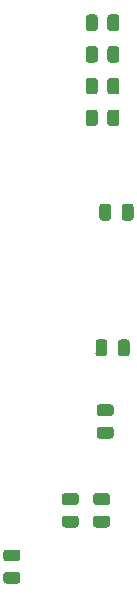
<source format=gbr>
%TF.GenerationSoftware,KiCad,Pcbnew,(5.1.10)-1*%
%TF.CreationDate,2021-09-08T13:29:56-05:00*%
%TF.ProjectId,gd protoboard pcb,67642070-726f-4746-9f62-6f6172642070,rev?*%
%TF.SameCoordinates,Original*%
%TF.FileFunction,Paste,Bot*%
%TF.FilePolarity,Positive*%
%FSLAX46Y46*%
G04 Gerber Fmt 4.6, Leading zero omitted, Abs format (unit mm)*
G04 Created by KiCad (PCBNEW (5.1.10)-1) date 2021-09-08 13:29:56*
%MOMM*%
%LPD*%
G01*
G04 APERTURE LIST*
G04 APERTURE END LIST*
%TO.C,C6*%
G36*
G01*
X196273000Y-100871000D02*
X196273000Y-101821000D01*
G75*
G02*
X196023000Y-102071000I-250000J0D01*
G01*
X195523000Y-102071000D01*
G75*
G02*
X195273000Y-101821000I0J250000D01*
G01*
X195273000Y-100871000D01*
G75*
G02*
X195523000Y-100621000I250000J0D01*
G01*
X196023000Y-100621000D01*
G75*
G02*
X196273000Y-100871000I0J-250000D01*
G01*
G37*
G36*
G01*
X198173000Y-100871000D02*
X198173000Y-101821000D01*
G75*
G02*
X197923000Y-102071000I-250000J0D01*
G01*
X197423000Y-102071000D01*
G75*
G02*
X197173000Y-101821000I0J250000D01*
G01*
X197173000Y-100871000D01*
G75*
G02*
X197423000Y-100621000I250000J0D01*
G01*
X197923000Y-100621000D01*
G75*
G02*
X198173000Y-100871000I0J-250000D01*
G01*
G37*
%TD*%
%TO.C,C5*%
G36*
G01*
X195613000Y-108019000D02*
X196563000Y-108019000D01*
G75*
G02*
X196813000Y-108269000I0J-250000D01*
G01*
X196813000Y-108769000D01*
G75*
G02*
X196563000Y-109019000I-250000J0D01*
G01*
X195613000Y-109019000D01*
G75*
G02*
X195363000Y-108769000I0J250000D01*
G01*
X195363000Y-108269000D01*
G75*
G02*
X195613000Y-108019000I250000J0D01*
G01*
G37*
G36*
G01*
X195613000Y-106119000D02*
X196563000Y-106119000D01*
G75*
G02*
X196813000Y-106369000I0J-250000D01*
G01*
X196813000Y-106869000D01*
G75*
G02*
X196563000Y-107119000I-250000J0D01*
G01*
X195613000Y-107119000D01*
G75*
G02*
X195363000Y-106869000I0J250000D01*
G01*
X195363000Y-106369000D01*
G75*
G02*
X195613000Y-106119000I250000J0D01*
G01*
G37*
%TD*%
%TO.C,R4*%
G36*
G01*
X196272100Y-74262401D02*
X196272100Y-73362399D01*
G75*
G02*
X196522099Y-73112400I249999J0D01*
G01*
X197047101Y-73112400D01*
G75*
G02*
X197297100Y-73362399I0J-249999D01*
G01*
X197297100Y-74262401D01*
G75*
G02*
X197047101Y-74512400I-249999J0D01*
G01*
X196522099Y-74512400D01*
G75*
G02*
X196272100Y-74262401I0J249999D01*
G01*
G37*
G36*
G01*
X194447100Y-74262401D02*
X194447100Y-73362399D01*
G75*
G02*
X194697099Y-73112400I249999J0D01*
G01*
X195222101Y-73112400D01*
G75*
G02*
X195472100Y-73362399I0J-249999D01*
G01*
X195472100Y-74262401D01*
G75*
G02*
X195222101Y-74512400I-249999J0D01*
G01*
X194697099Y-74512400D01*
G75*
G02*
X194447100Y-74262401I0J249999D01*
G01*
G37*
%TD*%
%TO.C,C4*%
G36*
G01*
X193616600Y-114650100D02*
X192666600Y-114650100D01*
G75*
G02*
X192416600Y-114400100I0J250000D01*
G01*
X192416600Y-113900100D01*
G75*
G02*
X192666600Y-113650100I250000J0D01*
G01*
X193616600Y-113650100D01*
G75*
G02*
X193866600Y-113900100I0J-250000D01*
G01*
X193866600Y-114400100D01*
G75*
G02*
X193616600Y-114650100I-250000J0D01*
G01*
G37*
G36*
G01*
X193616600Y-116550100D02*
X192666600Y-116550100D01*
G75*
G02*
X192416600Y-116300100I0J250000D01*
G01*
X192416600Y-115800100D01*
G75*
G02*
X192666600Y-115550100I250000J0D01*
G01*
X193616600Y-115550100D01*
G75*
G02*
X193866600Y-115800100I0J-250000D01*
G01*
X193866600Y-116300100D01*
G75*
G02*
X193616600Y-116550100I-250000J0D01*
G01*
G37*
%TD*%
%TO.C,R1*%
G36*
G01*
X196272100Y-79630268D02*
X196272100Y-78730266D01*
G75*
G02*
X196522099Y-78480267I249999J0D01*
G01*
X197047101Y-78480267D01*
G75*
G02*
X197297100Y-78730266I0J-249999D01*
G01*
X197297100Y-79630268D01*
G75*
G02*
X197047101Y-79880267I-249999J0D01*
G01*
X196522099Y-79880267D01*
G75*
G02*
X196272100Y-79630268I0J249999D01*
G01*
G37*
G36*
G01*
X194447100Y-79630268D02*
X194447100Y-78730266D01*
G75*
G02*
X194697099Y-78480267I249999J0D01*
G01*
X195222101Y-78480267D01*
G75*
G02*
X195472100Y-78730266I0J-249999D01*
G01*
X195472100Y-79630268D01*
G75*
G02*
X195222101Y-79880267I-249999J0D01*
G01*
X194697099Y-79880267D01*
G75*
G02*
X194447100Y-79630268I0J249999D01*
G01*
G37*
%TD*%
%TO.C,R3*%
G36*
G01*
X196272100Y-82314201D02*
X196272100Y-81414199D01*
G75*
G02*
X196522099Y-81164200I249999J0D01*
G01*
X197047101Y-81164200D01*
G75*
G02*
X197297100Y-81414199I0J-249999D01*
G01*
X197297100Y-82314201D01*
G75*
G02*
X197047101Y-82564200I-249999J0D01*
G01*
X196522099Y-82564200D01*
G75*
G02*
X196272100Y-82314201I0J249999D01*
G01*
G37*
G36*
G01*
X194447100Y-82314201D02*
X194447100Y-81414199D01*
G75*
G02*
X194697099Y-81164200I249999J0D01*
G01*
X195222101Y-81164200D01*
G75*
G02*
X195472100Y-81414199I0J-249999D01*
G01*
X195472100Y-82314201D01*
G75*
G02*
X195222101Y-82564200I-249999J0D01*
G01*
X194697099Y-82564200D01*
G75*
G02*
X194447100Y-82314201I0J249999D01*
G01*
G37*
%TD*%
%TO.C,R2*%
G36*
G01*
X196272100Y-76946335D02*
X196272100Y-76046333D01*
G75*
G02*
X196522099Y-75796334I249999J0D01*
G01*
X197047101Y-75796334D01*
G75*
G02*
X197297100Y-76046333I0J-249999D01*
G01*
X197297100Y-76946335D01*
G75*
G02*
X197047101Y-77196334I-249999J0D01*
G01*
X196522099Y-77196334D01*
G75*
G02*
X196272100Y-76946335I0J249999D01*
G01*
G37*
G36*
G01*
X194447100Y-76946335D02*
X194447100Y-76046333D01*
G75*
G02*
X194697099Y-75796334I249999J0D01*
G01*
X195222101Y-75796334D01*
G75*
G02*
X195472100Y-76046333I0J-249999D01*
G01*
X195472100Y-76946335D01*
G75*
G02*
X195222101Y-77196334I-249999J0D01*
G01*
X194697099Y-77196334D01*
G75*
G02*
X194447100Y-76946335I0J249999D01*
G01*
G37*
%TD*%
%TO.C,C3*%
G36*
G01*
X196258200Y-114650100D02*
X195308200Y-114650100D01*
G75*
G02*
X195058200Y-114400100I0J250000D01*
G01*
X195058200Y-113900100D01*
G75*
G02*
X195308200Y-113650100I250000J0D01*
G01*
X196258200Y-113650100D01*
G75*
G02*
X196508200Y-113900100I0J-250000D01*
G01*
X196508200Y-114400100D01*
G75*
G02*
X196258200Y-114650100I-250000J0D01*
G01*
G37*
G36*
G01*
X196258200Y-116550100D02*
X195308200Y-116550100D01*
G75*
G02*
X195058200Y-116300100I0J250000D01*
G01*
X195058200Y-115800100D01*
G75*
G02*
X195308200Y-115550100I250000J0D01*
G01*
X196258200Y-115550100D01*
G75*
G02*
X196508200Y-115800100I0J-250000D01*
G01*
X196508200Y-116300100D01*
G75*
G02*
X196258200Y-116550100I-250000J0D01*
G01*
G37*
%TD*%
%TO.C,C2*%
G36*
G01*
X196590500Y-89377500D02*
X196590500Y-90327500D01*
G75*
G02*
X196340500Y-90577500I-250000J0D01*
G01*
X195840500Y-90577500D01*
G75*
G02*
X195590500Y-90327500I0J250000D01*
G01*
X195590500Y-89377500D01*
G75*
G02*
X195840500Y-89127500I250000J0D01*
G01*
X196340500Y-89127500D01*
G75*
G02*
X196590500Y-89377500I0J-250000D01*
G01*
G37*
G36*
G01*
X198490500Y-89377500D02*
X198490500Y-90327500D01*
G75*
G02*
X198240500Y-90577500I-250000J0D01*
G01*
X197740500Y-90577500D01*
G75*
G02*
X197490500Y-90327500I0J250000D01*
G01*
X197490500Y-89377500D01*
G75*
G02*
X197740500Y-89127500I250000J0D01*
G01*
X198240500Y-89127500D01*
G75*
G02*
X198490500Y-89377500I0J-250000D01*
G01*
G37*
%TD*%
%TO.C,C1*%
G36*
G01*
X187713600Y-120312600D02*
X188663600Y-120312600D01*
G75*
G02*
X188913600Y-120562600I0J-250000D01*
G01*
X188913600Y-121062600D01*
G75*
G02*
X188663600Y-121312600I-250000J0D01*
G01*
X187713600Y-121312600D01*
G75*
G02*
X187463600Y-121062600I0J250000D01*
G01*
X187463600Y-120562600D01*
G75*
G02*
X187713600Y-120312600I250000J0D01*
G01*
G37*
G36*
G01*
X187713600Y-118412600D02*
X188663600Y-118412600D01*
G75*
G02*
X188913600Y-118662600I0J-250000D01*
G01*
X188913600Y-119162600D01*
G75*
G02*
X188663600Y-119412600I-250000J0D01*
G01*
X187713600Y-119412600D01*
G75*
G02*
X187463600Y-119162600I0J250000D01*
G01*
X187463600Y-118662600D01*
G75*
G02*
X187713600Y-118412600I250000J0D01*
G01*
G37*
%TD*%
M02*

</source>
